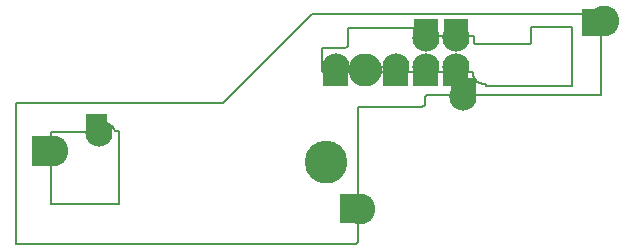
<source format=gbs>
G75*
%MOIN*%
%OFA0B0*%
%FSLAX25Y25*%
%IPPOS*%
%LPD*%
%AMOC8*
5,1,8,0,0,1.08239X$1,22.5*
%
%ADD10C,0.00500*%
%ADD11C,0.00000*%
%ADD12C,0.14186*%
%ADD13C,0.11036*%
%ADD14R,0.07098X0.07098*%
%ADD15R,0.05918X0.05918*%
%ADD16C,0.10249*%
%ADD17C,0.09068*%
D10*
X0042959Y0002747D02*
X0042959Y0049692D01*
X0112113Y0049692D01*
X0141821Y0079399D01*
X0237843Y0079399D01*
X0237843Y0052623D01*
X0180234Y0052623D01*
X0180178Y0052621D01*
X0180123Y0052615D01*
X0180068Y0052605D01*
X0180013Y0052591D01*
X0179960Y0052574D01*
X0179909Y0052552D01*
X0179859Y0052527D01*
X0179811Y0052499D01*
X0179765Y0052467D01*
X0179721Y0052432D01*
X0179680Y0052394D01*
X0179642Y0052353D01*
X0179607Y0052309D01*
X0179575Y0052263D01*
X0179547Y0052215D01*
X0179522Y0052165D01*
X0179500Y0052114D01*
X0179483Y0052061D01*
X0179469Y0052006D01*
X0179459Y0051951D01*
X0179453Y0051896D01*
X0179451Y0051840D01*
X0179451Y0049948D01*
X0179449Y0049878D01*
X0179443Y0049809D01*
X0179434Y0049739D01*
X0179421Y0049671D01*
X0179404Y0049603D01*
X0179383Y0049536D01*
X0179359Y0049471D01*
X0179332Y0049406D01*
X0179301Y0049344D01*
X0179266Y0049283D01*
X0179229Y0049224D01*
X0179188Y0049167D01*
X0179144Y0049113D01*
X0179098Y0049061D01*
X0179048Y0049011D01*
X0178996Y0048965D01*
X0178942Y0048921D01*
X0178885Y0048880D01*
X0178826Y0048843D01*
X0178765Y0048808D01*
X0178703Y0048777D01*
X0178638Y0048750D01*
X0178573Y0048726D01*
X0178506Y0048705D01*
X0178438Y0048688D01*
X0178370Y0048675D01*
X0178300Y0048666D01*
X0178231Y0048660D01*
X0178161Y0048658D01*
X0157132Y0048658D01*
X0157132Y0004322D01*
X0157130Y0004245D01*
X0157124Y0004168D01*
X0157115Y0004091D01*
X0157102Y0004015D01*
X0157085Y0003939D01*
X0157064Y0003865D01*
X0157040Y0003791D01*
X0157012Y0003719D01*
X0156981Y0003649D01*
X0156946Y0003580D01*
X0156908Y0003512D01*
X0156867Y0003447D01*
X0156822Y0003384D01*
X0156774Y0003323D01*
X0156724Y0003264D01*
X0156671Y0003208D01*
X0156615Y0003155D01*
X0156556Y0003105D01*
X0156495Y0003057D01*
X0156432Y0003012D01*
X0156367Y0002971D01*
X0156299Y0002933D01*
X0156230Y0002898D01*
X0156160Y0002867D01*
X0156088Y0002839D01*
X0156014Y0002815D01*
X0155940Y0002794D01*
X0155864Y0002777D01*
X0155788Y0002764D01*
X0155711Y0002755D01*
X0155634Y0002749D01*
X0155557Y0002747D01*
X0042959Y0002747D01*
X0054770Y0016330D02*
X0054770Y0040240D01*
X0067642Y0040240D01*
X0068062Y0040500D01*
X0068362Y0040959D01*
X0068661Y0041339D01*
X0068921Y0041599D01*
X0069221Y0041899D01*
X0069521Y0042098D01*
X0069902Y0042327D01*
X0070213Y0042506D01*
X0070642Y0042737D01*
X0070981Y0042908D01*
X0071280Y0043049D01*
X0071689Y0043178D01*
X0071999Y0043198D01*
X0072359Y0043178D01*
X0072619Y0043138D01*
X0072859Y0043078D01*
X0073198Y0042978D01*
X0073618Y0042818D01*
X0073938Y0042718D01*
X0074298Y0042538D01*
X0074638Y0042298D01*
X0074917Y0042038D01*
X0075217Y0041759D01*
X0075397Y0041479D01*
X0075517Y0041339D01*
X0075717Y0040999D01*
X0076029Y0040542D01*
X0077211Y0040542D01*
X0077211Y0016330D01*
X0054770Y0016330D01*
X0145604Y0060222D02*
X0194639Y0060222D01*
X0194642Y0060225D01*
X0194940Y0060224D01*
X0195191Y0060220D01*
X0195193Y0060094D01*
X0195199Y0059969D01*
X0195209Y0059843D01*
X0195223Y0059719D01*
X0195240Y0059594D01*
X0195262Y0059470D01*
X0195287Y0059347D01*
X0195317Y0059225D01*
X0195350Y0059104D01*
X0195387Y0058984D01*
X0195428Y0058865D01*
X0195472Y0058747D01*
X0195520Y0058631D01*
X0195572Y0058516D01*
X0195627Y0058404D01*
X0195686Y0058293D01*
X0195748Y0058183D01*
X0195814Y0058076D01*
X0195883Y0057971D01*
X0195955Y0057868D01*
X0196031Y0057768D01*
X0196109Y0057670D01*
X0196191Y0057574D01*
X0196275Y0057481D01*
X0196363Y0057391D01*
X0196453Y0057303D01*
X0196546Y0057219D01*
X0196642Y0057137D01*
X0196740Y0057059D01*
X0196840Y0056983D01*
X0196943Y0056911D01*
X0197048Y0056842D01*
X0197155Y0056776D01*
X0197265Y0056714D01*
X0197376Y0056655D01*
X0197488Y0056600D01*
X0197603Y0056548D01*
X0197719Y0056500D01*
X0197837Y0056456D01*
X0197956Y0056415D01*
X0198076Y0056378D01*
X0198197Y0056345D01*
X0198319Y0056315D01*
X0198442Y0056290D01*
X0198566Y0056268D01*
X0198691Y0056251D01*
X0198815Y0056237D01*
X0198941Y0056227D01*
X0199066Y0056221D01*
X0199192Y0056219D01*
X0199712Y0056219D01*
X0199712Y0055420D01*
X0227793Y0055420D01*
X0227845Y0055422D01*
X0227897Y0055428D01*
X0227948Y0055437D01*
X0227998Y0055451D01*
X0228047Y0055468D01*
X0228095Y0055489D01*
X0228141Y0055513D01*
X0228185Y0055541D01*
X0228226Y0055572D01*
X0228266Y0055606D01*
X0228302Y0055642D01*
X0228336Y0055682D01*
X0228367Y0055723D01*
X0228395Y0055768D01*
X0228419Y0055813D01*
X0228440Y0055861D01*
X0228457Y0055910D01*
X0228471Y0055960D01*
X0228480Y0056011D01*
X0228486Y0056063D01*
X0228488Y0056115D01*
X0228489Y0056115D02*
X0228489Y0075053D01*
X0228342Y0075053D01*
X0214668Y0075053D01*
X0214668Y0070491D01*
X0214666Y0070425D01*
X0214660Y0070360D01*
X0214651Y0070295D01*
X0214638Y0070231D01*
X0214621Y0070168D01*
X0214600Y0070106D01*
X0214576Y0070045D01*
X0214548Y0069985D01*
X0214517Y0069928D01*
X0214483Y0069872D01*
X0214445Y0069818D01*
X0214404Y0069767D01*
X0214361Y0069718D01*
X0214314Y0069671D01*
X0214265Y0069628D01*
X0214214Y0069587D01*
X0214160Y0069549D01*
X0214105Y0069515D01*
X0214047Y0069484D01*
X0213987Y0069456D01*
X0213926Y0069432D01*
X0213864Y0069411D01*
X0213801Y0069394D01*
X0213737Y0069381D01*
X0213672Y0069372D01*
X0213607Y0069366D01*
X0213541Y0069364D01*
X0196794Y0069364D01*
X0196731Y0069366D01*
X0196669Y0069371D01*
X0196607Y0069380D01*
X0196546Y0069393D01*
X0196485Y0069409D01*
X0196426Y0069429D01*
X0196367Y0069452D01*
X0196311Y0069479D01*
X0196256Y0069508D01*
X0196202Y0069541D01*
X0196151Y0069577D01*
X0196102Y0069616D01*
X0196055Y0069658D01*
X0196011Y0069702D01*
X0195969Y0069749D01*
X0195930Y0069798D01*
X0195894Y0069849D01*
X0195861Y0069903D01*
X0195832Y0069958D01*
X0195805Y0070014D01*
X0195782Y0070073D01*
X0195762Y0070132D01*
X0195746Y0070193D01*
X0195733Y0070254D01*
X0195724Y0070316D01*
X0195719Y0070378D01*
X0195717Y0070441D01*
X0195717Y0071468D01*
X0195715Y0071522D01*
X0195709Y0071577D01*
X0195700Y0071630D01*
X0195686Y0071683D01*
X0195669Y0071735D01*
X0195648Y0071785D01*
X0195624Y0071834D01*
X0195596Y0071881D01*
X0195565Y0071925D01*
X0195531Y0071968D01*
X0195494Y0072008D01*
X0195454Y0072045D01*
X0195411Y0072079D01*
X0195367Y0072110D01*
X0195320Y0072138D01*
X0195271Y0072162D01*
X0195221Y0072183D01*
X0195169Y0072200D01*
X0195116Y0072214D01*
X0195063Y0072223D01*
X0195008Y0072229D01*
X0194954Y0072231D01*
X0175727Y0072231D01*
X0175727Y0074918D01*
X0153779Y0074918D01*
X0153779Y0069576D01*
X0153777Y0069506D01*
X0153771Y0069436D01*
X0153762Y0069366D01*
X0153749Y0069298D01*
X0153732Y0069230D01*
X0153711Y0069163D01*
X0153687Y0069097D01*
X0153659Y0069032D01*
X0153628Y0068969D01*
X0153594Y0068908D01*
X0153556Y0068849D01*
X0153515Y0068792D01*
X0153471Y0068738D01*
X0153424Y0068685D01*
X0153375Y0068636D01*
X0153322Y0068589D01*
X0153268Y0068545D01*
X0153211Y0068504D01*
X0153152Y0068466D01*
X0153091Y0068432D01*
X0153028Y0068401D01*
X0152963Y0068373D01*
X0152897Y0068349D01*
X0152830Y0068328D01*
X0152762Y0068311D01*
X0152694Y0068298D01*
X0152624Y0068289D01*
X0152554Y0068283D01*
X0152484Y0068281D01*
X0144856Y0068281D01*
X0144856Y0060971D01*
X0144858Y0060918D01*
X0144864Y0060865D01*
X0144873Y0060812D01*
X0144886Y0060760D01*
X0144903Y0060710D01*
X0144924Y0060660D01*
X0144947Y0060613D01*
X0144975Y0060567D01*
X0145005Y0060523D01*
X0145039Y0060481D01*
X0145075Y0060442D01*
X0145114Y0060406D01*
X0145156Y0060372D01*
X0145200Y0060342D01*
X0145246Y0060314D01*
X0145293Y0060291D01*
X0145343Y0060270D01*
X0145393Y0060253D01*
X0145445Y0060240D01*
X0145498Y0060231D01*
X0145551Y0060225D01*
X0145604Y0060223D01*
D11*
X0154387Y0060986D02*
X0154389Y0061129D01*
X0154395Y0061272D01*
X0154405Y0061414D01*
X0154419Y0061556D01*
X0154437Y0061698D01*
X0154459Y0061840D01*
X0154484Y0061980D01*
X0154514Y0062120D01*
X0154548Y0062259D01*
X0154585Y0062397D01*
X0154627Y0062534D01*
X0154672Y0062669D01*
X0154721Y0062803D01*
X0154773Y0062936D01*
X0154829Y0063068D01*
X0154889Y0063197D01*
X0154953Y0063325D01*
X0155020Y0063452D01*
X0155091Y0063576D01*
X0155165Y0063698D01*
X0155242Y0063818D01*
X0155323Y0063936D01*
X0155407Y0064052D01*
X0155494Y0064165D01*
X0155584Y0064276D01*
X0155678Y0064384D01*
X0155774Y0064490D01*
X0155873Y0064592D01*
X0155976Y0064692D01*
X0156080Y0064789D01*
X0156188Y0064884D01*
X0156298Y0064975D01*
X0156411Y0065063D01*
X0156526Y0065147D01*
X0156643Y0065229D01*
X0156763Y0065307D01*
X0156884Y0065382D01*
X0157008Y0065454D01*
X0157134Y0065522D01*
X0157261Y0065586D01*
X0157391Y0065647D01*
X0157522Y0065704D01*
X0157654Y0065758D01*
X0157788Y0065807D01*
X0157923Y0065854D01*
X0158060Y0065896D01*
X0158198Y0065934D01*
X0158336Y0065969D01*
X0158476Y0065999D01*
X0158616Y0066026D01*
X0158757Y0066049D01*
X0158899Y0066068D01*
X0159041Y0066083D01*
X0159184Y0066094D01*
X0159326Y0066101D01*
X0159469Y0066104D01*
X0159612Y0066103D01*
X0159755Y0066098D01*
X0159898Y0066089D01*
X0160040Y0066076D01*
X0160182Y0066059D01*
X0160323Y0066038D01*
X0160464Y0066013D01*
X0160604Y0065985D01*
X0160743Y0065952D01*
X0160881Y0065915D01*
X0161018Y0065875D01*
X0161154Y0065831D01*
X0161289Y0065783D01*
X0161422Y0065731D01*
X0161554Y0065676D01*
X0161684Y0065617D01*
X0161813Y0065554D01*
X0161939Y0065488D01*
X0162064Y0065418D01*
X0162187Y0065345D01*
X0162307Y0065269D01*
X0162426Y0065189D01*
X0162542Y0065105D01*
X0162656Y0065019D01*
X0162767Y0064929D01*
X0162876Y0064837D01*
X0162982Y0064741D01*
X0163086Y0064643D01*
X0163187Y0064541D01*
X0163284Y0064437D01*
X0163379Y0064330D01*
X0163471Y0064221D01*
X0163560Y0064109D01*
X0163646Y0063994D01*
X0163728Y0063878D01*
X0163807Y0063758D01*
X0163883Y0063637D01*
X0163955Y0063514D01*
X0164024Y0063389D01*
X0164089Y0063262D01*
X0164151Y0063133D01*
X0164209Y0063002D01*
X0164264Y0062870D01*
X0164314Y0062736D01*
X0164361Y0062601D01*
X0164405Y0062465D01*
X0164444Y0062328D01*
X0164479Y0062189D01*
X0164511Y0062050D01*
X0164539Y0061910D01*
X0164563Y0061769D01*
X0164583Y0061627D01*
X0164599Y0061485D01*
X0164611Y0061343D01*
X0164619Y0061200D01*
X0164623Y0061057D01*
X0164623Y0060915D01*
X0164619Y0060772D01*
X0164611Y0060629D01*
X0164599Y0060487D01*
X0164583Y0060345D01*
X0164563Y0060203D01*
X0164539Y0060062D01*
X0164511Y0059922D01*
X0164479Y0059783D01*
X0164444Y0059644D01*
X0164405Y0059507D01*
X0164361Y0059371D01*
X0164314Y0059236D01*
X0164264Y0059102D01*
X0164209Y0058970D01*
X0164151Y0058839D01*
X0164089Y0058710D01*
X0164024Y0058583D01*
X0163955Y0058458D01*
X0163883Y0058335D01*
X0163807Y0058214D01*
X0163728Y0058094D01*
X0163646Y0057978D01*
X0163560Y0057863D01*
X0163471Y0057751D01*
X0163379Y0057642D01*
X0163284Y0057535D01*
X0163187Y0057431D01*
X0163086Y0057329D01*
X0162982Y0057231D01*
X0162876Y0057135D01*
X0162767Y0057043D01*
X0162656Y0056953D01*
X0162542Y0056867D01*
X0162426Y0056783D01*
X0162307Y0056703D01*
X0162187Y0056627D01*
X0162064Y0056554D01*
X0161939Y0056484D01*
X0161813Y0056418D01*
X0161684Y0056355D01*
X0161554Y0056296D01*
X0161422Y0056241D01*
X0161289Y0056189D01*
X0161154Y0056141D01*
X0161018Y0056097D01*
X0160881Y0056057D01*
X0160743Y0056020D01*
X0160604Y0055987D01*
X0160464Y0055959D01*
X0160323Y0055934D01*
X0160182Y0055913D01*
X0160040Y0055896D01*
X0159898Y0055883D01*
X0159755Y0055874D01*
X0159612Y0055869D01*
X0159469Y0055868D01*
X0159326Y0055871D01*
X0159184Y0055878D01*
X0159041Y0055889D01*
X0158899Y0055904D01*
X0158757Y0055923D01*
X0158616Y0055946D01*
X0158476Y0055973D01*
X0158336Y0056003D01*
X0158198Y0056038D01*
X0158060Y0056076D01*
X0157923Y0056118D01*
X0157788Y0056165D01*
X0157654Y0056214D01*
X0157522Y0056268D01*
X0157391Y0056325D01*
X0157261Y0056386D01*
X0157134Y0056450D01*
X0157008Y0056518D01*
X0156884Y0056590D01*
X0156763Y0056665D01*
X0156643Y0056743D01*
X0156526Y0056825D01*
X0156411Y0056909D01*
X0156298Y0056997D01*
X0156188Y0057088D01*
X0156080Y0057183D01*
X0155976Y0057280D01*
X0155873Y0057380D01*
X0155774Y0057482D01*
X0155678Y0057588D01*
X0155584Y0057696D01*
X0155494Y0057807D01*
X0155407Y0057920D01*
X0155323Y0058036D01*
X0155242Y0058154D01*
X0155165Y0058274D01*
X0155091Y0058396D01*
X0155020Y0058520D01*
X0154953Y0058647D01*
X0154889Y0058775D01*
X0154829Y0058904D01*
X0154773Y0059036D01*
X0154721Y0059169D01*
X0154672Y0059303D01*
X0154627Y0059438D01*
X0154585Y0059575D01*
X0154548Y0059713D01*
X0154514Y0059852D01*
X0154484Y0059992D01*
X0154459Y0060132D01*
X0154437Y0060274D01*
X0154419Y0060416D01*
X0154405Y0060558D01*
X0154395Y0060700D01*
X0154389Y0060843D01*
X0154387Y0060986D01*
X0139560Y0030027D02*
X0139562Y0030191D01*
X0139568Y0030355D01*
X0139578Y0030519D01*
X0139592Y0030683D01*
X0139610Y0030846D01*
X0139632Y0031009D01*
X0139659Y0031171D01*
X0139689Y0031333D01*
X0139723Y0031493D01*
X0139761Y0031653D01*
X0139802Y0031812D01*
X0139848Y0031970D01*
X0139898Y0032126D01*
X0139951Y0032282D01*
X0140008Y0032436D01*
X0140069Y0032588D01*
X0140134Y0032739D01*
X0140203Y0032889D01*
X0140275Y0033036D01*
X0140350Y0033182D01*
X0140430Y0033326D01*
X0140512Y0033468D01*
X0140598Y0033608D01*
X0140688Y0033745D01*
X0140781Y0033881D01*
X0140877Y0034014D01*
X0140977Y0034145D01*
X0141079Y0034273D01*
X0141185Y0034399D01*
X0141294Y0034522D01*
X0141406Y0034642D01*
X0141520Y0034760D01*
X0141638Y0034874D01*
X0141758Y0034986D01*
X0141881Y0035095D01*
X0142007Y0035201D01*
X0142135Y0035303D01*
X0142266Y0035403D01*
X0142399Y0035499D01*
X0142535Y0035592D01*
X0142672Y0035682D01*
X0142812Y0035768D01*
X0142954Y0035850D01*
X0143098Y0035930D01*
X0143244Y0036005D01*
X0143391Y0036077D01*
X0143541Y0036146D01*
X0143692Y0036211D01*
X0143844Y0036272D01*
X0143998Y0036329D01*
X0144154Y0036382D01*
X0144310Y0036432D01*
X0144468Y0036478D01*
X0144627Y0036519D01*
X0144787Y0036557D01*
X0144947Y0036591D01*
X0145109Y0036621D01*
X0145271Y0036648D01*
X0145434Y0036670D01*
X0145597Y0036688D01*
X0145761Y0036702D01*
X0145925Y0036712D01*
X0146089Y0036718D01*
X0146253Y0036720D01*
X0146417Y0036718D01*
X0146581Y0036712D01*
X0146745Y0036702D01*
X0146909Y0036688D01*
X0147072Y0036670D01*
X0147235Y0036648D01*
X0147397Y0036621D01*
X0147559Y0036591D01*
X0147719Y0036557D01*
X0147879Y0036519D01*
X0148038Y0036478D01*
X0148196Y0036432D01*
X0148352Y0036382D01*
X0148508Y0036329D01*
X0148662Y0036272D01*
X0148814Y0036211D01*
X0148965Y0036146D01*
X0149115Y0036077D01*
X0149262Y0036005D01*
X0149408Y0035930D01*
X0149552Y0035850D01*
X0149694Y0035768D01*
X0149834Y0035682D01*
X0149971Y0035592D01*
X0150107Y0035499D01*
X0150240Y0035403D01*
X0150371Y0035303D01*
X0150499Y0035201D01*
X0150625Y0035095D01*
X0150748Y0034986D01*
X0150868Y0034874D01*
X0150986Y0034760D01*
X0151100Y0034642D01*
X0151212Y0034522D01*
X0151321Y0034399D01*
X0151427Y0034273D01*
X0151529Y0034145D01*
X0151629Y0034014D01*
X0151725Y0033881D01*
X0151818Y0033745D01*
X0151908Y0033608D01*
X0151994Y0033468D01*
X0152076Y0033326D01*
X0152156Y0033182D01*
X0152231Y0033036D01*
X0152303Y0032889D01*
X0152372Y0032739D01*
X0152437Y0032588D01*
X0152498Y0032436D01*
X0152555Y0032282D01*
X0152608Y0032126D01*
X0152658Y0031970D01*
X0152704Y0031812D01*
X0152745Y0031653D01*
X0152783Y0031493D01*
X0152817Y0031333D01*
X0152847Y0031171D01*
X0152874Y0031009D01*
X0152896Y0030846D01*
X0152914Y0030683D01*
X0152928Y0030519D01*
X0152938Y0030355D01*
X0152944Y0030191D01*
X0152946Y0030027D01*
X0152944Y0029863D01*
X0152938Y0029699D01*
X0152928Y0029535D01*
X0152914Y0029371D01*
X0152896Y0029208D01*
X0152874Y0029045D01*
X0152847Y0028883D01*
X0152817Y0028721D01*
X0152783Y0028561D01*
X0152745Y0028401D01*
X0152704Y0028242D01*
X0152658Y0028084D01*
X0152608Y0027928D01*
X0152555Y0027772D01*
X0152498Y0027618D01*
X0152437Y0027466D01*
X0152372Y0027315D01*
X0152303Y0027165D01*
X0152231Y0027018D01*
X0152156Y0026872D01*
X0152076Y0026728D01*
X0151994Y0026586D01*
X0151908Y0026446D01*
X0151818Y0026309D01*
X0151725Y0026173D01*
X0151629Y0026040D01*
X0151529Y0025909D01*
X0151427Y0025781D01*
X0151321Y0025655D01*
X0151212Y0025532D01*
X0151100Y0025412D01*
X0150986Y0025294D01*
X0150868Y0025180D01*
X0150748Y0025068D01*
X0150625Y0024959D01*
X0150499Y0024853D01*
X0150371Y0024751D01*
X0150240Y0024651D01*
X0150107Y0024555D01*
X0149971Y0024462D01*
X0149834Y0024372D01*
X0149694Y0024286D01*
X0149552Y0024204D01*
X0149408Y0024124D01*
X0149262Y0024049D01*
X0149115Y0023977D01*
X0148965Y0023908D01*
X0148814Y0023843D01*
X0148662Y0023782D01*
X0148508Y0023725D01*
X0148352Y0023672D01*
X0148196Y0023622D01*
X0148038Y0023576D01*
X0147879Y0023535D01*
X0147719Y0023497D01*
X0147559Y0023463D01*
X0147397Y0023433D01*
X0147235Y0023406D01*
X0147072Y0023384D01*
X0146909Y0023366D01*
X0146745Y0023352D01*
X0146581Y0023342D01*
X0146417Y0023336D01*
X0146253Y0023334D01*
X0146089Y0023336D01*
X0145925Y0023342D01*
X0145761Y0023352D01*
X0145597Y0023366D01*
X0145434Y0023384D01*
X0145271Y0023406D01*
X0145109Y0023433D01*
X0144947Y0023463D01*
X0144787Y0023497D01*
X0144627Y0023535D01*
X0144468Y0023576D01*
X0144310Y0023622D01*
X0144154Y0023672D01*
X0143998Y0023725D01*
X0143844Y0023782D01*
X0143692Y0023843D01*
X0143541Y0023908D01*
X0143391Y0023977D01*
X0143244Y0024049D01*
X0143098Y0024124D01*
X0142954Y0024204D01*
X0142812Y0024286D01*
X0142672Y0024372D01*
X0142535Y0024462D01*
X0142399Y0024555D01*
X0142266Y0024651D01*
X0142135Y0024751D01*
X0142007Y0024853D01*
X0141881Y0024959D01*
X0141758Y0025068D01*
X0141638Y0025180D01*
X0141520Y0025294D01*
X0141406Y0025412D01*
X0141294Y0025532D01*
X0141185Y0025655D01*
X0141079Y0025781D01*
X0140977Y0025909D01*
X0140877Y0026040D01*
X0140781Y0026173D01*
X0140688Y0026309D01*
X0140598Y0026446D01*
X0140512Y0026586D01*
X0140430Y0026728D01*
X0140350Y0026872D01*
X0140275Y0027018D01*
X0140203Y0027165D01*
X0140134Y0027315D01*
X0140069Y0027466D01*
X0140008Y0027618D01*
X0139951Y0027772D01*
X0139898Y0027928D01*
X0139848Y0028084D01*
X0139802Y0028242D01*
X0139761Y0028401D01*
X0139723Y0028561D01*
X0139689Y0028721D01*
X0139659Y0028883D01*
X0139632Y0029045D01*
X0139610Y0029208D01*
X0139592Y0029371D01*
X0139578Y0029535D01*
X0139568Y0029699D01*
X0139562Y0029863D01*
X0139560Y0030027D01*
D12*
X0146253Y0030027D03*
D13*
X0159505Y0060986D03*
D14*
X0150197Y0058991D03*
X0148737Y0058991D03*
X0168814Y0058992D03*
X0170274Y0058992D03*
X0178718Y0058990D03*
X0180178Y0058990D03*
X0188827Y0058992D03*
X0190287Y0058992D03*
X0191431Y0054781D03*
X0192891Y0054781D03*
X0190455Y0074517D03*
X0188995Y0074517D03*
X0180414Y0074517D03*
X0178954Y0074517D03*
X0235100Y0075618D03*
X0235100Y0077730D03*
X0154365Y0016180D03*
X0154365Y0013001D03*
X0051800Y0032263D03*
X0051800Y0035408D03*
D15*
X0069200Y0043020D03*
X0070481Y0043020D03*
D16*
X0055362Y0033832D03*
X0157679Y0014577D03*
X0238877Y0077213D03*
D17*
X0189656Y0071435D03*
X0179616Y0071435D03*
X0179517Y0061816D03*
X0169613Y0061816D03*
X0189625Y0061816D03*
X0192092Y0051955D03*
X0149534Y0061816D03*
X0070741Y0039818D03*
M02*

</source>
